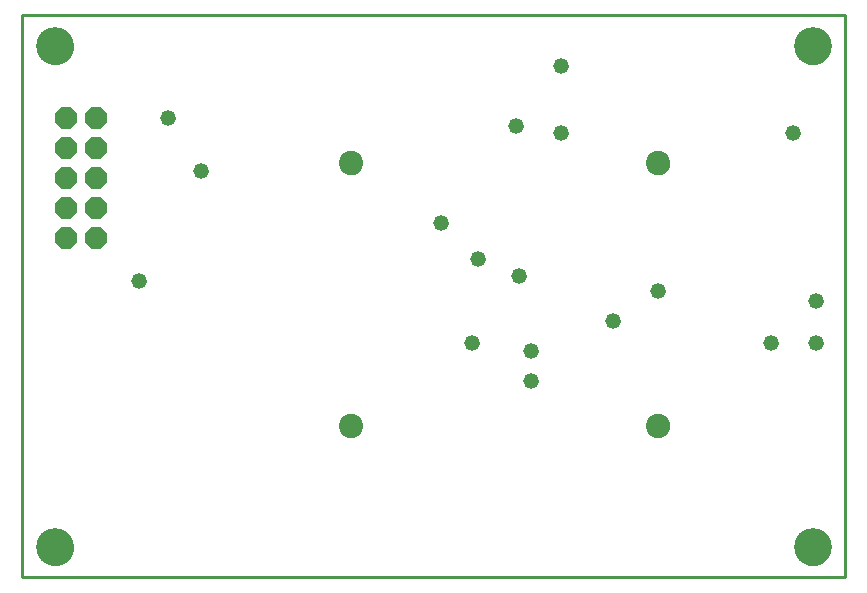
<source format=gts>
G75*
%MOIN*%
%OFA0B0*%
%FSLAX25Y25*%
%IPPOS*%
%LPD*%
%AMOC8*
5,1,8,0,0,1.08239X$1,22.5*
%
%ADD10C,0.01000*%
%ADD11C,0.00000*%
%ADD12C,0.12611*%
%ADD13OC8,0.07400*%
%ADD14C,0.08100*%
%ADD15C,0.05200*%
D10*
X0028300Y0031800D02*
X0028300Y0219261D01*
X0302501Y0219261D01*
X0302501Y0031800D01*
X0028300Y0031800D01*
D11*
X0033394Y0041800D02*
X0033396Y0041953D01*
X0033402Y0042107D01*
X0033412Y0042260D01*
X0033426Y0042412D01*
X0033444Y0042565D01*
X0033466Y0042716D01*
X0033491Y0042867D01*
X0033521Y0043018D01*
X0033555Y0043168D01*
X0033592Y0043316D01*
X0033633Y0043464D01*
X0033678Y0043610D01*
X0033727Y0043756D01*
X0033780Y0043900D01*
X0033836Y0044042D01*
X0033896Y0044183D01*
X0033960Y0044323D01*
X0034027Y0044461D01*
X0034098Y0044597D01*
X0034173Y0044731D01*
X0034250Y0044863D01*
X0034332Y0044993D01*
X0034416Y0045121D01*
X0034504Y0045247D01*
X0034595Y0045370D01*
X0034689Y0045491D01*
X0034787Y0045609D01*
X0034887Y0045725D01*
X0034991Y0045838D01*
X0035097Y0045949D01*
X0035206Y0046057D01*
X0035318Y0046162D01*
X0035432Y0046263D01*
X0035550Y0046362D01*
X0035669Y0046458D01*
X0035791Y0046551D01*
X0035916Y0046640D01*
X0036043Y0046727D01*
X0036172Y0046809D01*
X0036303Y0046889D01*
X0036436Y0046965D01*
X0036571Y0047038D01*
X0036708Y0047107D01*
X0036847Y0047172D01*
X0036987Y0047234D01*
X0037129Y0047292D01*
X0037272Y0047347D01*
X0037417Y0047398D01*
X0037563Y0047445D01*
X0037710Y0047488D01*
X0037858Y0047527D01*
X0038007Y0047563D01*
X0038157Y0047594D01*
X0038308Y0047622D01*
X0038459Y0047646D01*
X0038612Y0047666D01*
X0038764Y0047682D01*
X0038917Y0047694D01*
X0039070Y0047702D01*
X0039223Y0047706D01*
X0039377Y0047706D01*
X0039530Y0047702D01*
X0039683Y0047694D01*
X0039836Y0047682D01*
X0039988Y0047666D01*
X0040141Y0047646D01*
X0040292Y0047622D01*
X0040443Y0047594D01*
X0040593Y0047563D01*
X0040742Y0047527D01*
X0040890Y0047488D01*
X0041037Y0047445D01*
X0041183Y0047398D01*
X0041328Y0047347D01*
X0041471Y0047292D01*
X0041613Y0047234D01*
X0041753Y0047172D01*
X0041892Y0047107D01*
X0042029Y0047038D01*
X0042164Y0046965D01*
X0042297Y0046889D01*
X0042428Y0046809D01*
X0042557Y0046727D01*
X0042684Y0046640D01*
X0042809Y0046551D01*
X0042931Y0046458D01*
X0043050Y0046362D01*
X0043168Y0046263D01*
X0043282Y0046162D01*
X0043394Y0046057D01*
X0043503Y0045949D01*
X0043609Y0045838D01*
X0043713Y0045725D01*
X0043813Y0045609D01*
X0043911Y0045491D01*
X0044005Y0045370D01*
X0044096Y0045247D01*
X0044184Y0045121D01*
X0044268Y0044993D01*
X0044350Y0044863D01*
X0044427Y0044731D01*
X0044502Y0044597D01*
X0044573Y0044461D01*
X0044640Y0044323D01*
X0044704Y0044183D01*
X0044764Y0044042D01*
X0044820Y0043900D01*
X0044873Y0043756D01*
X0044922Y0043610D01*
X0044967Y0043464D01*
X0045008Y0043316D01*
X0045045Y0043168D01*
X0045079Y0043018D01*
X0045109Y0042867D01*
X0045134Y0042716D01*
X0045156Y0042565D01*
X0045174Y0042412D01*
X0045188Y0042260D01*
X0045198Y0042107D01*
X0045204Y0041953D01*
X0045206Y0041800D01*
X0045204Y0041647D01*
X0045198Y0041493D01*
X0045188Y0041340D01*
X0045174Y0041188D01*
X0045156Y0041035D01*
X0045134Y0040884D01*
X0045109Y0040733D01*
X0045079Y0040582D01*
X0045045Y0040432D01*
X0045008Y0040284D01*
X0044967Y0040136D01*
X0044922Y0039990D01*
X0044873Y0039844D01*
X0044820Y0039700D01*
X0044764Y0039558D01*
X0044704Y0039417D01*
X0044640Y0039277D01*
X0044573Y0039139D01*
X0044502Y0039003D01*
X0044427Y0038869D01*
X0044350Y0038737D01*
X0044268Y0038607D01*
X0044184Y0038479D01*
X0044096Y0038353D01*
X0044005Y0038230D01*
X0043911Y0038109D01*
X0043813Y0037991D01*
X0043713Y0037875D01*
X0043609Y0037762D01*
X0043503Y0037651D01*
X0043394Y0037543D01*
X0043282Y0037438D01*
X0043168Y0037337D01*
X0043050Y0037238D01*
X0042931Y0037142D01*
X0042809Y0037049D01*
X0042684Y0036960D01*
X0042557Y0036873D01*
X0042428Y0036791D01*
X0042297Y0036711D01*
X0042164Y0036635D01*
X0042029Y0036562D01*
X0041892Y0036493D01*
X0041753Y0036428D01*
X0041613Y0036366D01*
X0041471Y0036308D01*
X0041328Y0036253D01*
X0041183Y0036202D01*
X0041037Y0036155D01*
X0040890Y0036112D01*
X0040742Y0036073D01*
X0040593Y0036037D01*
X0040443Y0036006D01*
X0040292Y0035978D01*
X0040141Y0035954D01*
X0039988Y0035934D01*
X0039836Y0035918D01*
X0039683Y0035906D01*
X0039530Y0035898D01*
X0039377Y0035894D01*
X0039223Y0035894D01*
X0039070Y0035898D01*
X0038917Y0035906D01*
X0038764Y0035918D01*
X0038612Y0035934D01*
X0038459Y0035954D01*
X0038308Y0035978D01*
X0038157Y0036006D01*
X0038007Y0036037D01*
X0037858Y0036073D01*
X0037710Y0036112D01*
X0037563Y0036155D01*
X0037417Y0036202D01*
X0037272Y0036253D01*
X0037129Y0036308D01*
X0036987Y0036366D01*
X0036847Y0036428D01*
X0036708Y0036493D01*
X0036571Y0036562D01*
X0036436Y0036635D01*
X0036303Y0036711D01*
X0036172Y0036791D01*
X0036043Y0036873D01*
X0035916Y0036960D01*
X0035791Y0037049D01*
X0035669Y0037142D01*
X0035550Y0037238D01*
X0035432Y0037337D01*
X0035318Y0037438D01*
X0035206Y0037543D01*
X0035097Y0037651D01*
X0034991Y0037762D01*
X0034887Y0037875D01*
X0034787Y0037991D01*
X0034689Y0038109D01*
X0034595Y0038230D01*
X0034504Y0038353D01*
X0034416Y0038479D01*
X0034332Y0038607D01*
X0034250Y0038737D01*
X0034173Y0038869D01*
X0034098Y0039003D01*
X0034027Y0039139D01*
X0033960Y0039277D01*
X0033896Y0039417D01*
X0033836Y0039558D01*
X0033780Y0039700D01*
X0033727Y0039844D01*
X0033678Y0039990D01*
X0033633Y0040136D01*
X0033592Y0040284D01*
X0033555Y0040432D01*
X0033521Y0040582D01*
X0033491Y0040733D01*
X0033466Y0040884D01*
X0033444Y0041035D01*
X0033426Y0041188D01*
X0033412Y0041340D01*
X0033402Y0041493D01*
X0033396Y0041647D01*
X0033394Y0041800D01*
X0134150Y0082300D02*
X0134152Y0082421D01*
X0134158Y0082541D01*
X0134168Y0082662D01*
X0134182Y0082781D01*
X0134200Y0082901D01*
X0134222Y0083019D01*
X0134247Y0083137D01*
X0134277Y0083254D01*
X0134310Y0083370D01*
X0134348Y0083485D01*
X0134389Y0083599D01*
X0134434Y0083711D01*
X0134482Y0083821D01*
X0134534Y0083930D01*
X0134590Y0084037D01*
X0134649Y0084142D01*
X0134712Y0084246D01*
X0134778Y0084347D01*
X0134847Y0084445D01*
X0134920Y0084542D01*
X0134995Y0084636D01*
X0135074Y0084727D01*
X0135156Y0084816D01*
X0135240Y0084902D01*
X0135328Y0084985D01*
X0135418Y0085066D01*
X0135511Y0085143D01*
X0135606Y0085217D01*
X0135704Y0085288D01*
X0135804Y0085356D01*
X0135906Y0085420D01*
X0136010Y0085481D01*
X0136116Y0085538D01*
X0136224Y0085592D01*
X0136334Y0085643D01*
X0136445Y0085689D01*
X0136558Y0085732D01*
X0136672Y0085771D01*
X0136787Y0085807D01*
X0136904Y0085838D01*
X0137021Y0085866D01*
X0137140Y0085890D01*
X0137259Y0085910D01*
X0137378Y0085926D01*
X0137499Y0085938D01*
X0137619Y0085946D01*
X0137740Y0085950D01*
X0137860Y0085950D01*
X0137981Y0085946D01*
X0138101Y0085938D01*
X0138222Y0085926D01*
X0138341Y0085910D01*
X0138460Y0085890D01*
X0138579Y0085866D01*
X0138696Y0085838D01*
X0138813Y0085807D01*
X0138928Y0085771D01*
X0139042Y0085732D01*
X0139155Y0085689D01*
X0139266Y0085643D01*
X0139376Y0085592D01*
X0139484Y0085538D01*
X0139590Y0085481D01*
X0139694Y0085420D01*
X0139796Y0085356D01*
X0139896Y0085288D01*
X0139994Y0085217D01*
X0140089Y0085143D01*
X0140182Y0085066D01*
X0140272Y0084985D01*
X0140360Y0084902D01*
X0140444Y0084816D01*
X0140526Y0084727D01*
X0140605Y0084636D01*
X0140680Y0084542D01*
X0140753Y0084445D01*
X0140822Y0084347D01*
X0140888Y0084246D01*
X0140951Y0084142D01*
X0141010Y0084037D01*
X0141066Y0083930D01*
X0141118Y0083821D01*
X0141166Y0083711D01*
X0141211Y0083599D01*
X0141252Y0083485D01*
X0141290Y0083370D01*
X0141323Y0083254D01*
X0141353Y0083137D01*
X0141378Y0083019D01*
X0141400Y0082901D01*
X0141418Y0082781D01*
X0141432Y0082662D01*
X0141442Y0082541D01*
X0141448Y0082421D01*
X0141450Y0082300D01*
X0141448Y0082179D01*
X0141442Y0082059D01*
X0141432Y0081938D01*
X0141418Y0081819D01*
X0141400Y0081699D01*
X0141378Y0081581D01*
X0141353Y0081463D01*
X0141323Y0081346D01*
X0141290Y0081230D01*
X0141252Y0081115D01*
X0141211Y0081001D01*
X0141166Y0080889D01*
X0141118Y0080779D01*
X0141066Y0080670D01*
X0141010Y0080563D01*
X0140951Y0080458D01*
X0140888Y0080354D01*
X0140822Y0080253D01*
X0140753Y0080155D01*
X0140680Y0080058D01*
X0140605Y0079964D01*
X0140526Y0079873D01*
X0140444Y0079784D01*
X0140360Y0079698D01*
X0140272Y0079615D01*
X0140182Y0079534D01*
X0140089Y0079457D01*
X0139994Y0079383D01*
X0139896Y0079312D01*
X0139796Y0079244D01*
X0139694Y0079180D01*
X0139590Y0079119D01*
X0139484Y0079062D01*
X0139376Y0079008D01*
X0139266Y0078957D01*
X0139155Y0078911D01*
X0139042Y0078868D01*
X0138928Y0078829D01*
X0138813Y0078793D01*
X0138696Y0078762D01*
X0138579Y0078734D01*
X0138460Y0078710D01*
X0138341Y0078690D01*
X0138222Y0078674D01*
X0138101Y0078662D01*
X0137981Y0078654D01*
X0137860Y0078650D01*
X0137740Y0078650D01*
X0137619Y0078654D01*
X0137499Y0078662D01*
X0137378Y0078674D01*
X0137259Y0078690D01*
X0137140Y0078710D01*
X0137021Y0078734D01*
X0136904Y0078762D01*
X0136787Y0078793D01*
X0136672Y0078829D01*
X0136558Y0078868D01*
X0136445Y0078911D01*
X0136334Y0078957D01*
X0136224Y0079008D01*
X0136116Y0079062D01*
X0136010Y0079119D01*
X0135906Y0079180D01*
X0135804Y0079244D01*
X0135704Y0079312D01*
X0135606Y0079383D01*
X0135511Y0079457D01*
X0135418Y0079534D01*
X0135328Y0079615D01*
X0135240Y0079698D01*
X0135156Y0079784D01*
X0135074Y0079873D01*
X0134995Y0079964D01*
X0134920Y0080058D01*
X0134847Y0080155D01*
X0134778Y0080253D01*
X0134712Y0080354D01*
X0134649Y0080458D01*
X0134590Y0080563D01*
X0134534Y0080670D01*
X0134482Y0080779D01*
X0134434Y0080889D01*
X0134389Y0081001D01*
X0134348Y0081115D01*
X0134310Y0081230D01*
X0134277Y0081346D01*
X0134247Y0081463D01*
X0134222Y0081581D01*
X0134200Y0081699D01*
X0134182Y0081819D01*
X0134168Y0081938D01*
X0134158Y0082059D01*
X0134152Y0082179D01*
X0134150Y0082300D01*
X0236650Y0082300D02*
X0236652Y0082421D01*
X0236658Y0082541D01*
X0236668Y0082662D01*
X0236682Y0082781D01*
X0236700Y0082901D01*
X0236722Y0083019D01*
X0236747Y0083137D01*
X0236777Y0083254D01*
X0236810Y0083370D01*
X0236848Y0083485D01*
X0236889Y0083599D01*
X0236934Y0083711D01*
X0236982Y0083821D01*
X0237034Y0083930D01*
X0237090Y0084037D01*
X0237149Y0084142D01*
X0237212Y0084246D01*
X0237278Y0084347D01*
X0237347Y0084445D01*
X0237420Y0084542D01*
X0237495Y0084636D01*
X0237574Y0084727D01*
X0237656Y0084816D01*
X0237740Y0084902D01*
X0237828Y0084985D01*
X0237918Y0085066D01*
X0238011Y0085143D01*
X0238106Y0085217D01*
X0238204Y0085288D01*
X0238304Y0085356D01*
X0238406Y0085420D01*
X0238510Y0085481D01*
X0238616Y0085538D01*
X0238724Y0085592D01*
X0238834Y0085643D01*
X0238945Y0085689D01*
X0239058Y0085732D01*
X0239172Y0085771D01*
X0239287Y0085807D01*
X0239404Y0085838D01*
X0239521Y0085866D01*
X0239640Y0085890D01*
X0239759Y0085910D01*
X0239878Y0085926D01*
X0239999Y0085938D01*
X0240119Y0085946D01*
X0240240Y0085950D01*
X0240360Y0085950D01*
X0240481Y0085946D01*
X0240601Y0085938D01*
X0240722Y0085926D01*
X0240841Y0085910D01*
X0240960Y0085890D01*
X0241079Y0085866D01*
X0241196Y0085838D01*
X0241313Y0085807D01*
X0241428Y0085771D01*
X0241542Y0085732D01*
X0241655Y0085689D01*
X0241766Y0085643D01*
X0241876Y0085592D01*
X0241984Y0085538D01*
X0242090Y0085481D01*
X0242194Y0085420D01*
X0242296Y0085356D01*
X0242396Y0085288D01*
X0242494Y0085217D01*
X0242589Y0085143D01*
X0242682Y0085066D01*
X0242772Y0084985D01*
X0242860Y0084902D01*
X0242944Y0084816D01*
X0243026Y0084727D01*
X0243105Y0084636D01*
X0243180Y0084542D01*
X0243253Y0084445D01*
X0243322Y0084347D01*
X0243388Y0084246D01*
X0243451Y0084142D01*
X0243510Y0084037D01*
X0243566Y0083930D01*
X0243618Y0083821D01*
X0243666Y0083711D01*
X0243711Y0083599D01*
X0243752Y0083485D01*
X0243790Y0083370D01*
X0243823Y0083254D01*
X0243853Y0083137D01*
X0243878Y0083019D01*
X0243900Y0082901D01*
X0243918Y0082781D01*
X0243932Y0082662D01*
X0243942Y0082541D01*
X0243948Y0082421D01*
X0243950Y0082300D01*
X0243948Y0082179D01*
X0243942Y0082059D01*
X0243932Y0081938D01*
X0243918Y0081819D01*
X0243900Y0081699D01*
X0243878Y0081581D01*
X0243853Y0081463D01*
X0243823Y0081346D01*
X0243790Y0081230D01*
X0243752Y0081115D01*
X0243711Y0081001D01*
X0243666Y0080889D01*
X0243618Y0080779D01*
X0243566Y0080670D01*
X0243510Y0080563D01*
X0243451Y0080458D01*
X0243388Y0080354D01*
X0243322Y0080253D01*
X0243253Y0080155D01*
X0243180Y0080058D01*
X0243105Y0079964D01*
X0243026Y0079873D01*
X0242944Y0079784D01*
X0242860Y0079698D01*
X0242772Y0079615D01*
X0242682Y0079534D01*
X0242589Y0079457D01*
X0242494Y0079383D01*
X0242396Y0079312D01*
X0242296Y0079244D01*
X0242194Y0079180D01*
X0242090Y0079119D01*
X0241984Y0079062D01*
X0241876Y0079008D01*
X0241766Y0078957D01*
X0241655Y0078911D01*
X0241542Y0078868D01*
X0241428Y0078829D01*
X0241313Y0078793D01*
X0241196Y0078762D01*
X0241079Y0078734D01*
X0240960Y0078710D01*
X0240841Y0078690D01*
X0240722Y0078674D01*
X0240601Y0078662D01*
X0240481Y0078654D01*
X0240360Y0078650D01*
X0240240Y0078650D01*
X0240119Y0078654D01*
X0239999Y0078662D01*
X0239878Y0078674D01*
X0239759Y0078690D01*
X0239640Y0078710D01*
X0239521Y0078734D01*
X0239404Y0078762D01*
X0239287Y0078793D01*
X0239172Y0078829D01*
X0239058Y0078868D01*
X0238945Y0078911D01*
X0238834Y0078957D01*
X0238724Y0079008D01*
X0238616Y0079062D01*
X0238510Y0079119D01*
X0238406Y0079180D01*
X0238304Y0079244D01*
X0238204Y0079312D01*
X0238106Y0079383D01*
X0238011Y0079457D01*
X0237918Y0079534D01*
X0237828Y0079615D01*
X0237740Y0079698D01*
X0237656Y0079784D01*
X0237574Y0079873D01*
X0237495Y0079964D01*
X0237420Y0080058D01*
X0237347Y0080155D01*
X0237278Y0080253D01*
X0237212Y0080354D01*
X0237149Y0080458D01*
X0237090Y0080563D01*
X0237034Y0080670D01*
X0236982Y0080779D01*
X0236934Y0080889D01*
X0236889Y0081001D01*
X0236848Y0081115D01*
X0236810Y0081230D01*
X0236777Y0081346D01*
X0236747Y0081463D01*
X0236722Y0081581D01*
X0236700Y0081699D01*
X0236682Y0081819D01*
X0236668Y0081938D01*
X0236658Y0082059D01*
X0236652Y0082179D01*
X0236650Y0082300D01*
X0285894Y0041800D02*
X0285896Y0041953D01*
X0285902Y0042107D01*
X0285912Y0042260D01*
X0285926Y0042412D01*
X0285944Y0042565D01*
X0285966Y0042716D01*
X0285991Y0042867D01*
X0286021Y0043018D01*
X0286055Y0043168D01*
X0286092Y0043316D01*
X0286133Y0043464D01*
X0286178Y0043610D01*
X0286227Y0043756D01*
X0286280Y0043900D01*
X0286336Y0044042D01*
X0286396Y0044183D01*
X0286460Y0044323D01*
X0286527Y0044461D01*
X0286598Y0044597D01*
X0286673Y0044731D01*
X0286750Y0044863D01*
X0286832Y0044993D01*
X0286916Y0045121D01*
X0287004Y0045247D01*
X0287095Y0045370D01*
X0287189Y0045491D01*
X0287287Y0045609D01*
X0287387Y0045725D01*
X0287491Y0045838D01*
X0287597Y0045949D01*
X0287706Y0046057D01*
X0287818Y0046162D01*
X0287932Y0046263D01*
X0288050Y0046362D01*
X0288169Y0046458D01*
X0288291Y0046551D01*
X0288416Y0046640D01*
X0288543Y0046727D01*
X0288672Y0046809D01*
X0288803Y0046889D01*
X0288936Y0046965D01*
X0289071Y0047038D01*
X0289208Y0047107D01*
X0289347Y0047172D01*
X0289487Y0047234D01*
X0289629Y0047292D01*
X0289772Y0047347D01*
X0289917Y0047398D01*
X0290063Y0047445D01*
X0290210Y0047488D01*
X0290358Y0047527D01*
X0290507Y0047563D01*
X0290657Y0047594D01*
X0290808Y0047622D01*
X0290959Y0047646D01*
X0291112Y0047666D01*
X0291264Y0047682D01*
X0291417Y0047694D01*
X0291570Y0047702D01*
X0291723Y0047706D01*
X0291877Y0047706D01*
X0292030Y0047702D01*
X0292183Y0047694D01*
X0292336Y0047682D01*
X0292488Y0047666D01*
X0292641Y0047646D01*
X0292792Y0047622D01*
X0292943Y0047594D01*
X0293093Y0047563D01*
X0293242Y0047527D01*
X0293390Y0047488D01*
X0293537Y0047445D01*
X0293683Y0047398D01*
X0293828Y0047347D01*
X0293971Y0047292D01*
X0294113Y0047234D01*
X0294253Y0047172D01*
X0294392Y0047107D01*
X0294529Y0047038D01*
X0294664Y0046965D01*
X0294797Y0046889D01*
X0294928Y0046809D01*
X0295057Y0046727D01*
X0295184Y0046640D01*
X0295309Y0046551D01*
X0295431Y0046458D01*
X0295550Y0046362D01*
X0295668Y0046263D01*
X0295782Y0046162D01*
X0295894Y0046057D01*
X0296003Y0045949D01*
X0296109Y0045838D01*
X0296213Y0045725D01*
X0296313Y0045609D01*
X0296411Y0045491D01*
X0296505Y0045370D01*
X0296596Y0045247D01*
X0296684Y0045121D01*
X0296768Y0044993D01*
X0296850Y0044863D01*
X0296927Y0044731D01*
X0297002Y0044597D01*
X0297073Y0044461D01*
X0297140Y0044323D01*
X0297204Y0044183D01*
X0297264Y0044042D01*
X0297320Y0043900D01*
X0297373Y0043756D01*
X0297422Y0043610D01*
X0297467Y0043464D01*
X0297508Y0043316D01*
X0297545Y0043168D01*
X0297579Y0043018D01*
X0297609Y0042867D01*
X0297634Y0042716D01*
X0297656Y0042565D01*
X0297674Y0042412D01*
X0297688Y0042260D01*
X0297698Y0042107D01*
X0297704Y0041953D01*
X0297706Y0041800D01*
X0297704Y0041647D01*
X0297698Y0041493D01*
X0297688Y0041340D01*
X0297674Y0041188D01*
X0297656Y0041035D01*
X0297634Y0040884D01*
X0297609Y0040733D01*
X0297579Y0040582D01*
X0297545Y0040432D01*
X0297508Y0040284D01*
X0297467Y0040136D01*
X0297422Y0039990D01*
X0297373Y0039844D01*
X0297320Y0039700D01*
X0297264Y0039558D01*
X0297204Y0039417D01*
X0297140Y0039277D01*
X0297073Y0039139D01*
X0297002Y0039003D01*
X0296927Y0038869D01*
X0296850Y0038737D01*
X0296768Y0038607D01*
X0296684Y0038479D01*
X0296596Y0038353D01*
X0296505Y0038230D01*
X0296411Y0038109D01*
X0296313Y0037991D01*
X0296213Y0037875D01*
X0296109Y0037762D01*
X0296003Y0037651D01*
X0295894Y0037543D01*
X0295782Y0037438D01*
X0295668Y0037337D01*
X0295550Y0037238D01*
X0295431Y0037142D01*
X0295309Y0037049D01*
X0295184Y0036960D01*
X0295057Y0036873D01*
X0294928Y0036791D01*
X0294797Y0036711D01*
X0294664Y0036635D01*
X0294529Y0036562D01*
X0294392Y0036493D01*
X0294253Y0036428D01*
X0294113Y0036366D01*
X0293971Y0036308D01*
X0293828Y0036253D01*
X0293683Y0036202D01*
X0293537Y0036155D01*
X0293390Y0036112D01*
X0293242Y0036073D01*
X0293093Y0036037D01*
X0292943Y0036006D01*
X0292792Y0035978D01*
X0292641Y0035954D01*
X0292488Y0035934D01*
X0292336Y0035918D01*
X0292183Y0035906D01*
X0292030Y0035898D01*
X0291877Y0035894D01*
X0291723Y0035894D01*
X0291570Y0035898D01*
X0291417Y0035906D01*
X0291264Y0035918D01*
X0291112Y0035934D01*
X0290959Y0035954D01*
X0290808Y0035978D01*
X0290657Y0036006D01*
X0290507Y0036037D01*
X0290358Y0036073D01*
X0290210Y0036112D01*
X0290063Y0036155D01*
X0289917Y0036202D01*
X0289772Y0036253D01*
X0289629Y0036308D01*
X0289487Y0036366D01*
X0289347Y0036428D01*
X0289208Y0036493D01*
X0289071Y0036562D01*
X0288936Y0036635D01*
X0288803Y0036711D01*
X0288672Y0036791D01*
X0288543Y0036873D01*
X0288416Y0036960D01*
X0288291Y0037049D01*
X0288169Y0037142D01*
X0288050Y0037238D01*
X0287932Y0037337D01*
X0287818Y0037438D01*
X0287706Y0037543D01*
X0287597Y0037651D01*
X0287491Y0037762D01*
X0287387Y0037875D01*
X0287287Y0037991D01*
X0287189Y0038109D01*
X0287095Y0038230D01*
X0287004Y0038353D01*
X0286916Y0038479D01*
X0286832Y0038607D01*
X0286750Y0038737D01*
X0286673Y0038869D01*
X0286598Y0039003D01*
X0286527Y0039139D01*
X0286460Y0039277D01*
X0286396Y0039417D01*
X0286336Y0039558D01*
X0286280Y0039700D01*
X0286227Y0039844D01*
X0286178Y0039990D01*
X0286133Y0040136D01*
X0286092Y0040284D01*
X0286055Y0040432D01*
X0286021Y0040582D01*
X0285991Y0040733D01*
X0285966Y0040884D01*
X0285944Y0041035D01*
X0285926Y0041188D01*
X0285912Y0041340D01*
X0285902Y0041493D01*
X0285896Y0041647D01*
X0285894Y0041800D01*
X0236650Y0169800D02*
X0236652Y0169921D01*
X0236658Y0170041D01*
X0236668Y0170162D01*
X0236682Y0170281D01*
X0236700Y0170401D01*
X0236722Y0170519D01*
X0236747Y0170637D01*
X0236777Y0170754D01*
X0236810Y0170870D01*
X0236848Y0170985D01*
X0236889Y0171099D01*
X0236934Y0171211D01*
X0236982Y0171321D01*
X0237034Y0171430D01*
X0237090Y0171537D01*
X0237149Y0171642D01*
X0237212Y0171746D01*
X0237278Y0171847D01*
X0237347Y0171945D01*
X0237420Y0172042D01*
X0237495Y0172136D01*
X0237574Y0172227D01*
X0237656Y0172316D01*
X0237740Y0172402D01*
X0237828Y0172485D01*
X0237918Y0172566D01*
X0238011Y0172643D01*
X0238106Y0172717D01*
X0238204Y0172788D01*
X0238304Y0172856D01*
X0238406Y0172920D01*
X0238510Y0172981D01*
X0238616Y0173038D01*
X0238724Y0173092D01*
X0238834Y0173143D01*
X0238945Y0173189D01*
X0239058Y0173232D01*
X0239172Y0173271D01*
X0239287Y0173307D01*
X0239404Y0173338D01*
X0239521Y0173366D01*
X0239640Y0173390D01*
X0239759Y0173410D01*
X0239878Y0173426D01*
X0239999Y0173438D01*
X0240119Y0173446D01*
X0240240Y0173450D01*
X0240360Y0173450D01*
X0240481Y0173446D01*
X0240601Y0173438D01*
X0240722Y0173426D01*
X0240841Y0173410D01*
X0240960Y0173390D01*
X0241079Y0173366D01*
X0241196Y0173338D01*
X0241313Y0173307D01*
X0241428Y0173271D01*
X0241542Y0173232D01*
X0241655Y0173189D01*
X0241766Y0173143D01*
X0241876Y0173092D01*
X0241984Y0173038D01*
X0242090Y0172981D01*
X0242194Y0172920D01*
X0242296Y0172856D01*
X0242396Y0172788D01*
X0242494Y0172717D01*
X0242589Y0172643D01*
X0242682Y0172566D01*
X0242772Y0172485D01*
X0242860Y0172402D01*
X0242944Y0172316D01*
X0243026Y0172227D01*
X0243105Y0172136D01*
X0243180Y0172042D01*
X0243253Y0171945D01*
X0243322Y0171847D01*
X0243388Y0171746D01*
X0243451Y0171642D01*
X0243510Y0171537D01*
X0243566Y0171430D01*
X0243618Y0171321D01*
X0243666Y0171211D01*
X0243711Y0171099D01*
X0243752Y0170985D01*
X0243790Y0170870D01*
X0243823Y0170754D01*
X0243853Y0170637D01*
X0243878Y0170519D01*
X0243900Y0170401D01*
X0243918Y0170281D01*
X0243932Y0170162D01*
X0243942Y0170041D01*
X0243948Y0169921D01*
X0243950Y0169800D01*
X0243948Y0169679D01*
X0243942Y0169559D01*
X0243932Y0169438D01*
X0243918Y0169319D01*
X0243900Y0169199D01*
X0243878Y0169081D01*
X0243853Y0168963D01*
X0243823Y0168846D01*
X0243790Y0168730D01*
X0243752Y0168615D01*
X0243711Y0168501D01*
X0243666Y0168389D01*
X0243618Y0168279D01*
X0243566Y0168170D01*
X0243510Y0168063D01*
X0243451Y0167958D01*
X0243388Y0167854D01*
X0243322Y0167753D01*
X0243253Y0167655D01*
X0243180Y0167558D01*
X0243105Y0167464D01*
X0243026Y0167373D01*
X0242944Y0167284D01*
X0242860Y0167198D01*
X0242772Y0167115D01*
X0242682Y0167034D01*
X0242589Y0166957D01*
X0242494Y0166883D01*
X0242396Y0166812D01*
X0242296Y0166744D01*
X0242194Y0166680D01*
X0242090Y0166619D01*
X0241984Y0166562D01*
X0241876Y0166508D01*
X0241766Y0166457D01*
X0241655Y0166411D01*
X0241542Y0166368D01*
X0241428Y0166329D01*
X0241313Y0166293D01*
X0241196Y0166262D01*
X0241079Y0166234D01*
X0240960Y0166210D01*
X0240841Y0166190D01*
X0240722Y0166174D01*
X0240601Y0166162D01*
X0240481Y0166154D01*
X0240360Y0166150D01*
X0240240Y0166150D01*
X0240119Y0166154D01*
X0239999Y0166162D01*
X0239878Y0166174D01*
X0239759Y0166190D01*
X0239640Y0166210D01*
X0239521Y0166234D01*
X0239404Y0166262D01*
X0239287Y0166293D01*
X0239172Y0166329D01*
X0239058Y0166368D01*
X0238945Y0166411D01*
X0238834Y0166457D01*
X0238724Y0166508D01*
X0238616Y0166562D01*
X0238510Y0166619D01*
X0238406Y0166680D01*
X0238304Y0166744D01*
X0238204Y0166812D01*
X0238106Y0166883D01*
X0238011Y0166957D01*
X0237918Y0167034D01*
X0237828Y0167115D01*
X0237740Y0167198D01*
X0237656Y0167284D01*
X0237574Y0167373D01*
X0237495Y0167464D01*
X0237420Y0167558D01*
X0237347Y0167655D01*
X0237278Y0167753D01*
X0237212Y0167854D01*
X0237149Y0167958D01*
X0237090Y0168063D01*
X0237034Y0168170D01*
X0236982Y0168279D01*
X0236934Y0168389D01*
X0236889Y0168501D01*
X0236848Y0168615D01*
X0236810Y0168730D01*
X0236777Y0168846D01*
X0236747Y0168963D01*
X0236722Y0169081D01*
X0236700Y0169199D01*
X0236682Y0169319D01*
X0236668Y0169438D01*
X0236658Y0169559D01*
X0236652Y0169679D01*
X0236650Y0169800D01*
X0285894Y0208800D02*
X0285896Y0208953D01*
X0285902Y0209107D01*
X0285912Y0209260D01*
X0285926Y0209412D01*
X0285944Y0209565D01*
X0285966Y0209716D01*
X0285991Y0209867D01*
X0286021Y0210018D01*
X0286055Y0210168D01*
X0286092Y0210316D01*
X0286133Y0210464D01*
X0286178Y0210610D01*
X0286227Y0210756D01*
X0286280Y0210900D01*
X0286336Y0211042D01*
X0286396Y0211183D01*
X0286460Y0211323D01*
X0286527Y0211461D01*
X0286598Y0211597D01*
X0286673Y0211731D01*
X0286750Y0211863D01*
X0286832Y0211993D01*
X0286916Y0212121D01*
X0287004Y0212247D01*
X0287095Y0212370D01*
X0287189Y0212491D01*
X0287287Y0212609D01*
X0287387Y0212725D01*
X0287491Y0212838D01*
X0287597Y0212949D01*
X0287706Y0213057D01*
X0287818Y0213162D01*
X0287932Y0213263D01*
X0288050Y0213362D01*
X0288169Y0213458D01*
X0288291Y0213551D01*
X0288416Y0213640D01*
X0288543Y0213727D01*
X0288672Y0213809D01*
X0288803Y0213889D01*
X0288936Y0213965D01*
X0289071Y0214038D01*
X0289208Y0214107D01*
X0289347Y0214172D01*
X0289487Y0214234D01*
X0289629Y0214292D01*
X0289772Y0214347D01*
X0289917Y0214398D01*
X0290063Y0214445D01*
X0290210Y0214488D01*
X0290358Y0214527D01*
X0290507Y0214563D01*
X0290657Y0214594D01*
X0290808Y0214622D01*
X0290959Y0214646D01*
X0291112Y0214666D01*
X0291264Y0214682D01*
X0291417Y0214694D01*
X0291570Y0214702D01*
X0291723Y0214706D01*
X0291877Y0214706D01*
X0292030Y0214702D01*
X0292183Y0214694D01*
X0292336Y0214682D01*
X0292488Y0214666D01*
X0292641Y0214646D01*
X0292792Y0214622D01*
X0292943Y0214594D01*
X0293093Y0214563D01*
X0293242Y0214527D01*
X0293390Y0214488D01*
X0293537Y0214445D01*
X0293683Y0214398D01*
X0293828Y0214347D01*
X0293971Y0214292D01*
X0294113Y0214234D01*
X0294253Y0214172D01*
X0294392Y0214107D01*
X0294529Y0214038D01*
X0294664Y0213965D01*
X0294797Y0213889D01*
X0294928Y0213809D01*
X0295057Y0213727D01*
X0295184Y0213640D01*
X0295309Y0213551D01*
X0295431Y0213458D01*
X0295550Y0213362D01*
X0295668Y0213263D01*
X0295782Y0213162D01*
X0295894Y0213057D01*
X0296003Y0212949D01*
X0296109Y0212838D01*
X0296213Y0212725D01*
X0296313Y0212609D01*
X0296411Y0212491D01*
X0296505Y0212370D01*
X0296596Y0212247D01*
X0296684Y0212121D01*
X0296768Y0211993D01*
X0296850Y0211863D01*
X0296927Y0211731D01*
X0297002Y0211597D01*
X0297073Y0211461D01*
X0297140Y0211323D01*
X0297204Y0211183D01*
X0297264Y0211042D01*
X0297320Y0210900D01*
X0297373Y0210756D01*
X0297422Y0210610D01*
X0297467Y0210464D01*
X0297508Y0210316D01*
X0297545Y0210168D01*
X0297579Y0210018D01*
X0297609Y0209867D01*
X0297634Y0209716D01*
X0297656Y0209565D01*
X0297674Y0209412D01*
X0297688Y0209260D01*
X0297698Y0209107D01*
X0297704Y0208953D01*
X0297706Y0208800D01*
X0297704Y0208647D01*
X0297698Y0208493D01*
X0297688Y0208340D01*
X0297674Y0208188D01*
X0297656Y0208035D01*
X0297634Y0207884D01*
X0297609Y0207733D01*
X0297579Y0207582D01*
X0297545Y0207432D01*
X0297508Y0207284D01*
X0297467Y0207136D01*
X0297422Y0206990D01*
X0297373Y0206844D01*
X0297320Y0206700D01*
X0297264Y0206558D01*
X0297204Y0206417D01*
X0297140Y0206277D01*
X0297073Y0206139D01*
X0297002Y0206003D01*
X0296927Y0205869D01*
X0296850Y0205737D01*
X0296768Y0205607D01*
X0296684Y0205479D01*
X0296596Y0205353D01*
X0296505Y0205230D01*
X0296411Y0205109D01*
X0296313Y0204991D01*
X0296213Y0204875D01*
X0296109Y0204762D01*
X0296003Y0204651D01*
X0295894Y0204543D01*
X0295782Y0204438D01*
X0295668Y0204337D01*
X0295550Y0204238D01*
X0295431Y0204142D01*
X0295309Y0204049D01*
X0295184Y0203960D01*
X0295057Y0203873D01*
X0294928Y0203791D01*
X0294797Y0203711D01*
X0294664Y0203635D01*
X0294529Y0203562D01*
X0294392Y0203493D01*
X0294253Y0203428D01*
X0294113Y0203366D01*
X0293971Y0203308D01*
X0293828Y0203253D01*
X0293683Y0203202D01*
X0293537Y0203155D01*
X0293390Y0203112D01*
X0293242Y0203073D01*
X0293093Y0203037D01*
X0292943Y0203006D01*
X0292792Y0202978D01*
X0292641Y0202954D01*
X0292488Y0202934D01*
X0292336Y0202918D01*
X0292183Y0202906D01*
X0292030Y0202898D01*
X0291877Y0202894D01*
X0291723Y0202894D01*
X0291570Y0202898D01*
X0291417Y0202906D01*
X0291264Y0202918D01*
X0291112Y0202934D01*
X0290959Y0202954D01*
X0290808Y0202978D01*
X0290657Y0203006D01*
X0290507Y0203037D01*
X0290358Y0203073D01*
X0290210Y0203112D01*
X0290063Y0203155D01*
X0289917Y0203202D01*
X0289772Y0203253D01*
X0289629Y0203308D01*
X0289487Y0203366D01*
X0289347Y0203428D01*
X0289208Y0203493D01*
X0289071Y0203562D01*
X0288936Y0203635D01*
X0288803Y0203711D01*
X0288672Y0203791D01*
X0288543Y0203873D01*
X0288416Y0203960D01*
X0288291Y0204049D01*
X0288169Y0204142D01*
X0288050Y0204238D01*
X0287932Y0204337D01*
X0287818Y0204438D01*
X0287706Y0204543D01*
X0287597Y0204651D01*
X0287491Y0204762D01*
X0287387Y0204875D01*
X0287287Y0204991D01*
X0287189Y0205109D01*
X0287095Y0205230D01*
X0287004Y0205353D01*
X0286916Y0205479D01*
X0286832Y0205607D01*
X0286750Y0205737D01*
X0286673Y0205869D01*
X0286598Y0206003D01*
X0286527Y0206139D01*
X0286460Y0206277D01*
X0286396Y0206417D01*
X0286336Y0206558D01*
X0286280Y0206700D01*
X0286227Y0206844D01*
X0286178Y0206990D01*
X0286133Y0207136D01*
X0286092Y0207284D01*
X0286055Y0207432D01*
X0286021Y0207582D01*
X0285991Y0207733D01*
X0285966Y0207884D01*
X0285944Y0208035D01*
X0285926Y0208188D01*
X0285912Y0208340D01*
X0285902Y0208493D01*
X0285896Y0208647D01*
X0285894Y0208800D01*
X0134150Y0169800D02*
X0134152Y0169921D01*
X0134158Y0170041D01*
X0134168Y0170162D01*
X0134182Y0170281D01*
X0134200Y0170401D01*
X0134222Y0170519D01*
X0134247Y0170637D01*
X0134277Y0170754D01*
X0134310Y0170870D01*
X0134348Y0170985D01*
X0134389Y0171099D01*
X0134434Y0171211D01*
X0134482Y0171321D01*
X0134534Y0171430D01*
X0134590Y0171537D01*
X0134649Y0171642D01*
X0134712Y0171746D01*
X0134778Y0171847D01*
X0134847Y0171945D01*
X0134920Y0172042D01*
X0134995Y0172136D01*
X0135074Y0172227D01*
X0135156Y0172316D01*
X0135240Y0172402D01*
X0135328Y0172485D01*
X0135418Y0172566D01*
X0135511Y0172643D01*
X0135606Y0172717D01*
X0135704Y0172788D01*
X0135804Y0172856D01*
X0135906Y0172920D01*
X0136010Y0172981D01*
X0136116Y0173038D01*
X0136224Y0173092D01*
X0136334Y0173143D01*
X0136445Y0173189D01*
X0136558Y0173232D01*
X0136672Y0173271D01*
X0136787Y0173307D01*
X0136904Y0173338D01*
X0137021Y0173366D01*
X0137140Y0173390D01*
X0137259Y0173410D01*
X0137378Y0173426D01*
X0137499Y0173438D01*
X0137619Y0173446D01*
X0137740Y0173450D01*
X0137860Y0173450D01*
X0137981Y0173446D01*
X0138101Y0173438D01*
X0138222Y0173426D01*
X0138341Y0173410D01*
X0138460Y0173390D01*
X0138579Y0173366D01*
X0138696Y0173338D01*
X0138813Y0173307D01*
X0138928Y0173271D01*
X0139042Y0173232D01*
X0139155Y0173189D01*
X0139266Y0173143D01*
X0139376Y0173092D01*
X0139484Y0173038D01*
X0139590Y0172981D01*
X0139694Y0172920D01*
X0139796Y0172856D01*
X0139896Y0172788D01*
X0139994Y0172717D01*
X0140089Y0172643D01*
X0140182Y0172566D01*
X0140272Y0172485D01*
X0140360Y0172402D01*
X0140444Y0172316D01*
X0140526Y0172227D01*
X0140605Y0172136D01*
X0140680Y0172042D01*
X0140753Y0171945D01*
X0140822Y0171847D01*
X0140888Y0171746D01*
X0140951Y0171642D01*
X0141010Y0171537D01*
X0141066Y0171430D01*
X0141118Y0171321D01*
X0141166Y0171211D01*
X0141211Y0171099D01*
X0141252Y0170985D01*
X0141290Y0170870D01*
X0141323Y0170754D01*
X0141353Y0170637D01*
X0141378Y0170519D01*
X0141400Y0170401D01*
X0141418Y0170281D01*
X0141432Y0170162D01*
X0141442Y0170041D01*
X0141448Y0169921D01*
X0141450Y0169800D01*
X0141448Y0169679D01*
X0141442Y0169559D01*
X0141432Y0169438D01*
X0141418Y0169319D01*
X0141400Y0169199D01*
X0141378Y0169081D01*
X0141353Y0168963D01*
X0141323Y0168846D01*
X0141290Y0168730D01*
X0141252Y0168615D01*
X0141211Y0168501D01*
X0141166Y0168389D01*
X0141118Y0168279D01*
X0141066Y0168170D01*
X0141010Y0168063D01*
X0140951Y0167958D01*
X0140888Y0167854D01*
X0140822Y0167753D01*
X0140753Y0167655D01*
X0140680Y0167558D01*
X0140605Y0167464D01*
X0140526Y0167373D01*
X0140444Y0167284D01*
X0140360Y0167198D01*
X0140272Y0167115D01*
X0140182Y0167034D01*
X0140089Y0166957D01*
X0139994Y0166883D01*
X0139896Y0166812D01*
X0139796Y0166744D01*
X0139694Y0166680D01*
X0139590Y0166619D01*
X0139484Y0166562D01*
X0139376Y0166508D01*
X0139266Y0166457D01*
X0139155Y0166411D01*
X0139042Y0166368D01*
X0138928Y0166329D01*
X0138813Y0166293D01*
X0138696Y0166262D01*
X0138579Y0166234D01*
X0138460Y0166210D01*
X0138341Y0166190D01*
X0138222Y0166174D01*
X0138101Y0166162D01*
X0137981Y0166154D01*
X0137860Y0166150D01*
X0137740Y0166150D01*
X0137619Y0166154D01*
X0137499Y0166162D01*
X0137378Y0166174D01*
X0137259Y0166190D01*
X0137140Y0166210D01*
X0137021Y0166234D01*
X0136904Y0166262D01*
X0136787Y0166293D01*
X0136672Y0166329D01*
X0136558Y0166368D01*
X0136445Y0166411D01*
X0136334Y0166457D01*
X0136224Y0166508D01*
X0136116Y0166562D01*
X0136010Y0166619D01*
X0135906Y0166680D01*
X0135804Y0166744D01*
X0135704Y0166812D01*
X0135606Y0166883D01*
X0135511Y0166957D01*
X0135418Y0167034D01*
X0135328Y0167115D01*
X0135240Y0167198D01*
X0135156Y0167284D01*
X0135074Y0167373D01*
X0134995Y0167464D01*
X0134920Y0167558D01*
X0134847Y0167655D01*
X0134778Y0167753D01*
X0134712Y0167854D01*
X0134649Y0167958D01*
X0134590Y0168063D01*
X0134534Y0168170D01*
X0134482Y0168279D01*
X0134434Y0168389D01*
X0134389Y0168501D01*
X0134348Y0168615D01*
X0134310Y0168730D01*
X0134277Y0168846D01*
X0134247Y0168963D01*
X0134222Y0169081D01*
X0134200Y0169199D01*
X0134182Y0169319D01*
X0134168Y0169438D01*
X0134158Y0169559D01*
X0134152Y0169679D01*
X0134150Y0169800D01*
X0033394Y0208800D02*
X0033396Y0208953D01*
X0033402Y0209107D01*
X0033412Y0209260D01*
X0033426Y0209412D01*
X0033444Y0209565D01*
X0033466Y0209716D01*
X0033491Y0209867D01*
X0033521Y0210018D01*
X0033555Y0210168D01*
X0033592Y0210316D01*
X0033633Y0210464D01*
X0033678Y0210610D01*
X0033727Y0210756D01*
X0033780Y0210900D01*
X0033836Y0211042D01*
X0033896Y0211183D01*
X0033960Y0211323D01*
X0034027Y0211461D01*
X0034098Y0211597D01*
X0034173Y0211731D01*
X0034250Y0211863D01*
X0034332Y0211993D01*
X0034416Y0212121D01*
X0034504Y0212247D01*
X0034595Y0212370D01*
X0034689Y0212491D01*
X0034787Y0212609D01*
X0034887Y0212725D01*
X0034991Y0212838D01*
X0035097Y0212949D01*
X0035206Y0213057D01*
X0035318Y0213162D01*
X0035432Y0213263D01*
X0035550Y0213362D01*
X0035669Y0213458D01*
X0035791Y0213551D01*
X0035916Y0213640D01*
X0036043Y0213727D01*
X0036172Y0213809D01*
X0036303Y0213889D01*
X0036436Y0213965D01*
X0036571Y0214038D01*
X0036708Y0214107D01*
X0036847Y0214172D01*
X0036987Y0214234D01*
X0037129Y0214292D01*
X0037272Y0214347D01*
X0037417Y0214398D01*
X0037563Y0214445D01*
X0037710Y0214488D01*
X0037858Y0214527D01*
X0038007Y0214563D01*
X0038157Y0214594D01*
X0038308Y0214622D01*
X0038459Y0214646D01*
X0038612Y0214666D01*
X0038764Y0214682D01*
X0038917Y0214694D01*
X0039070Y0214702D01*
X0039223Y0214706D01*
X0039377Y0214706D01*
X0039530Y0214702D01*
X0039683Y0214694D01*
X0039836Y0214682D01*
X0039988Y0214666D01*
X0040141Y0214646D01*
X0040292Y0214622D01*
X0040443Y0214594D01*
X0040593Y0214563D01*
X0040742Y0214527D01*
X0040890Y0214488D01*
X0041037Y0214445D01*
X0041183Y0214398D01*
X0041328Y0214347D01*
X0041471Y0214292D01*
X0041613Y0214234D01*
X0041753Y0214172D01*
X0041892Y0214107D01*
X0042029Y0214038D01*
X0042164Y0213965D01*
X0042297Y0213889D01*
X0042428Y0213809D01*
X0042557Y0213727D01*
X0042684Y0213640D01*
X0042809Y0213551D01*
X0042931Y0213458D01*
X0043050Y0213362D01*
X0043168Y0213263D01*
X0043282Y0213162D01*
X0043394Y0213057D01*
X0043503Y0212949D01*
X0043609Y0212838D01*
X0043713Y0212725D01*
X0043813Y0212609D01*
X0043911Y0212491D01*
X0044005Y0212370D01*
X0044096Y0212247D01*
X0044184Y0212121D01*
X0044268Y0211993D01*
X0044350Y0211863D01*
X0044427Y0211731D01*
X0044502Y0211597D01*
X0044573Y0211461D01*
X0044640Y0211323D01*
X0044704Y0211183D01*
X0044764Y0211042D01*
X0044820Y0210900D01*
X0044873Y0210756D01*
X0044922Y0210610D01*
X0044967Y0210464D01*
X0045008Y0210316D01*
X0045045Y0210168D01*
X0045079Y0210018D01*
X0045109Y0209867D01*
X0045134Y0209716D01*
X0045156Y0209565D01*
X0045174Y0209412D01*
X0045188Y0209260D01*
X0045198Y0209107D01*
X0045204Y0208953D01*
X0045206Y0208800D01*
X0045204Y0208647D01*
X0045198Y0208493D01*
X0045188Y0208340D01*
X0045174Y0208188D01*
X0045156Y0208035D01*
X0045134Y0207884D01*
X0045109Y0207733D01*
X0045079Y0207582D01*
X0045045Y0207432D01*
X0045008Y0207284D01*
X0044967Y0207136D01*
X0044922Y0206990D01*
X0044873Y0206844D01*
X0044820Y0206700D01*
X0044764Y0206558D01*
X0044704Y0206417D01*
X0044640Y0206277D01*
X0044573Y0206139D01*
X0044502Y0206003D01*
X0044427Y0205869D01*
X0044350Y0205737D01*
X0044268Y0205607D01*
X0044184Y0205479D01*
X0044096Y0205353D01*
X0044005Y0205230D01*
X0043911Y0205109D01*
X0043813Y0204991D01*
X0043713Y0204875D01*
X0043609Y0204762D01*
X0043503Y0204651D01*
X0043394Y0204543D01*
X0043282Y0204438D01*
X0043168Y0204337D01*
X0043050Y0204238D01*
X0042931Y0204142D01*
X0042809Y0204049D01*
X0042684Y0203960D01*
X0042557Y0203873D01*
X0042428Y0203791D01*
X0042297Y0203711D01*
X0042164Y0203635D01*
X0042029Y0203562D01*
X0041892Y0203493D01*
X0041753Y0203428D01*
X0041613Y0203366D01*
X0041471Y0203308D01*
X0041328Y0203253D01*
X0041183Y0203202D01*
X0041037Y0203155D01*
X0040890Y0203112D01*
X0040742Y0203073D01*
X0040593Y0203037D01*
X0040443Y0203006D01*
X0040292Y0202978D01*
X0040141Y0202954D01*
X0039988Y0202934D01*
X0039836Y0202918D01*
X0039683Y0202906D01*
X0039530Y0202898D01*
X0039377Y0202894D01*
X0039223Y0202894D01*
X0039070Y0202898D01*
X0038917Y0202906D01*
X0038764Y0202918D01*
X0038612Y0202934D01*
X0038459Y0202954D01*
X0038308Y0202978D01*
X0038157Y0203006D01*
X0038007Y0203037D01*
X0037858Y0203073D01*
X0037710Y0203112D01*
X0037563Y0203155D01*
X0037417Y0203202D01*
X0037272Y0203253D01*
X0037129Y0203308D01*
X0036987Y0203366D01*
X0036847Y0203428D01*
X0036708Y0203493D01*
X0036571Y0203562D01*
X0036436Y0203635D01*
X0036303Y0203711D01*
X0036172Y0203791D01*
X0036043Y0203873D01*
X0035916Y0203960D01*
X0035791Y0204049D01*
X0035669Y0204142D01*
X0035550Y0204238D01*
X0035432Y0204337D01*
X0035318Y0204438D01*
X0035206Y0204543D01*
X0035097Y0204651D01*
X0034991Y0204762D01*
X0034887Y0204875D01*
X0034787Y0204991D01*
X0034689Y0205109D01*
X0034595Y0205230D01*
X0034504Y0205353D01*
X0034416Y0205479D01*
X0034332Y0205607D01*
X0034250Y0205737D01*
X0034173Y0205869D01*
X0034098Y0206003D01*
X0034027Y0206139D01*
X0033960Y0206277D01*
X0033896Y0206417D01*
X0033836Y0206558D01*
X0033780Y0206700D01*
X0033727Y0206844D01*
X0033678Y0206990D01*
X0033633Y0207136D01*
X0033592Y0207284D01*
X0033555Y0207432D01*
X0033521Y0207582D01*
X0033491Y0207733D01*
X0033466Y0207884D01*
X0033444Y0208035D01*
X0033426Y0208188D01*
X0033412Y0208340D01*
X0033402Y0208493D01*
X0033396Y0208647D01*
X0033394Y0208800D01*
D12*
X0039300Y0208800D03*
X0039300Y0041800D03*
X0291800Y0041800D03*
X0291800Y0208800D03*
D13*
X0052800Y0184800D03*
X0042800Y0184800D03*
X0042800Y0174800D03*
X0052800Y0174800D03*
X0052800Y0164800D03*
X0042800Y0164800D03*
X0042800Y0154800D03*
X0052800Y0154800D03*
X0052800Y0144800D03*
X0042800Y0144800D03*
D14*
X0137800Y0169800D03*
X0240300Y0169800D03*
X0240300Y0082300D03*
X0137800Y0082300D03*
D15*
X0178300Y0109925D03*
X0197800Y0107300D03*
X0197800Y0097300D03*
X0225300Y0117300D03*
X0240300Y0127300D03*
X0277800Y0109800D03*
X0292800Y0109800D03*
X0292800Y0123800D03*
X0285300Y0179800D03*
X0207800Y0179800D03*
X0192800Y0182300D03*
X0207800Y0202300D03*
X0167800Y0149800D03*
X0180300Y0137800D03*
X0194060Y0132300D03*
X0087800Y0167300D03*
X0076800Y0184800D03*
X0067175Y0130425D03*
M02*

</source>
